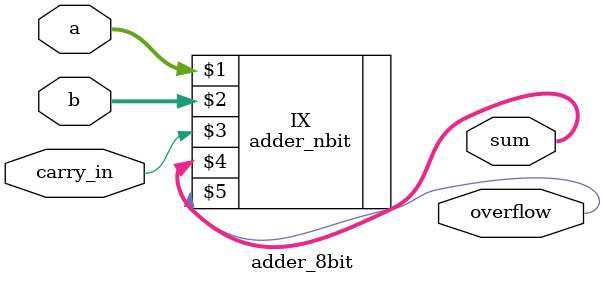
<source format=sv>

module adder_8bit
(
	input wire [7:0] a,
	input wire [7:0] b,
	input wire carry_in,
	output wire [7:0] sum,
	output wire overflow
);

	// STUDENT: Fill in the correct port map with parameter override syntax for using your n-bit ripple carry adder design to be an 8-bit ripple carry adder design
adder_nbit #(8) IX ((a), (b), (carry_in), (sum), (overflow) );
endmodule

</source>
